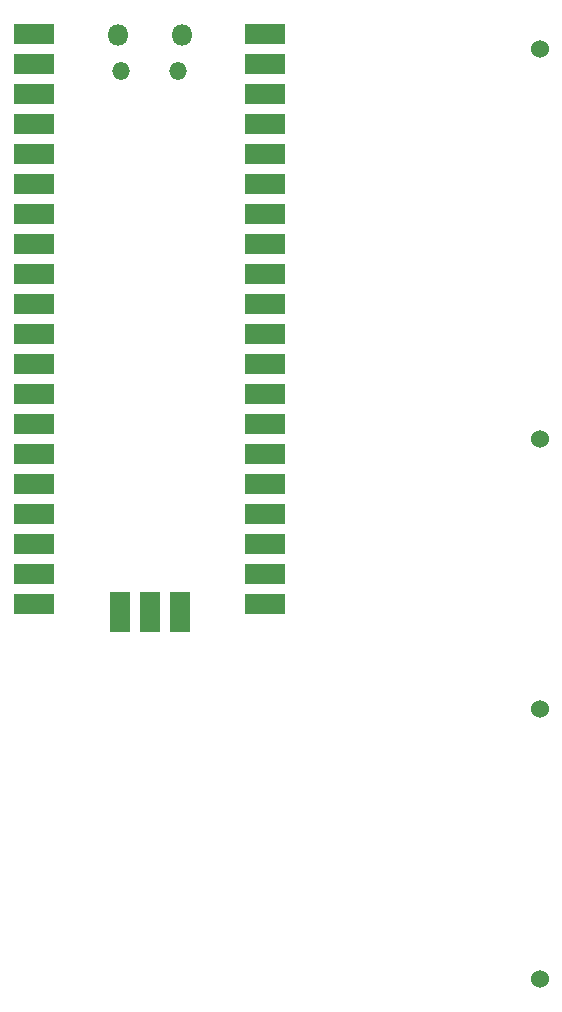
<source format=gbr>
%TF.GenerationSoftware,KiCad,Pcbnew,7.0.9*%
%TF.CreationDate,2024-05-09T16:07:40+09:00*%
%TF.ProjectId,TPIA,54504941-2e6b-4696-9361-645f70636258,rev?*%
%TF.SameCoordinates,Original*%
%TF.FileFunction,Soldermask,Top*%
%TF.FilePolarity,Negative*%
%FSLAX46Y46*%
G04 Gerber Fmt 4.6, Leading zero omitted, Abs format (unit mm)*
G04 Created by KiCad (PCBNEW 7.0.9) date 2024-05-09 16:07:40*
%MOMM*%
%LPD*%
G01*
G04 APERTURE LIST*
%ADD10C,1.524000*%
%ADD11R,1.700000X3.500000*%
%ADD12R,3.500000X1.700000*%
%ADD13O,1.500000X1.500000*%
%ADD14O,1.800000X1.800000*%
G04 APERTURE END LIST*
D10*
%TO.C,REF\u002A\u002A*%
X173278800Y-126873000D03*
X173278800Y-104013000D03*
X173278800Y-149733000D03*
X173278800Y-70993000D03*
D11*
X142798800Y-118653000D03*
X140258800Y-118653000D03*
X137718800Y-118653000D03*
D12*
X150048800Y-69723000D03*
X150048800Y-72263000D03*
X150048800Y-74803000D03*
X150048800Y-77343000D03*
X150048800Y-79883000D03*
X150048800Y-82423000D03*
X150048800Y-84963000D03*
X150048800Y-87503000D03*
X150048800Y-90043000D03*
X150048800Y-92583000D03*
X150048800Y-95123000D03*
X150048800Y-97663000D03*
X150048800Y-100203000D03*
X150048800Y-102743000D03*
X150048800Y-105283000D03*
X150048800Y-107823000D03*
X150048800Y-110363000D03*
X150048800Y-112903000D03*
X150048800Y-115443000D03*
X150048800Y-117983000D03*
X130468800Y-117983000D03*
X130468800Y-115443000D03*
X130468800Y-112903000D03*
X130468800Y-110363000D03*
X130468800Y-107823000D03*
X130468800Y-105283000D03*
X130468800Y-102743000D03*
X130468800Y-100203000D03*
X130468800Y-97663000D03*
X130468800Y-95123000D03*
X130468800Y-92583000D03*
X130468800Y-90043000D03*
X130468800Y-87503000D03*
X130468800Y-84963000D03*
X130468800Y-82423000D03*
X130468800Y-79883000D03*
X130468800Y-77343000D03*
X130468800Y-74803000D03*
X130468800Y-72263000D03*
X130468800Y-69723000D03*
D13*
X142683800Y-72883000D03*
X137833800Y-72883000D03*
D14*
X137533800Y-69853000D03*
X142983800Y-69853000D03*
%TD*%
M02*

</source>
